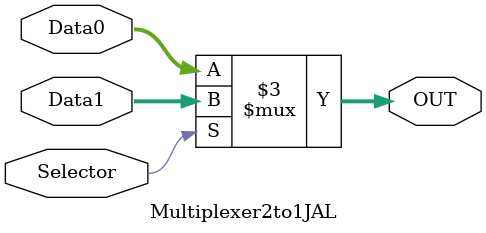
<source format=v>
/******************************************************************
* Description
*	This is a  an 2to1 multiplexer that can be parameterized in its bit-width.
*	1.0
* Author:
*	Dr. José Luis Pizano Escalante
* email:
*	luispizano@iteso.mx
* Date:
*	01/03/2014
******************************************************************/

module Multiplexer2to1JAL
#(
	parameter NBits=5
)
(
	input Selector,
	input [NBits-1:0] Data0,
	input [NBits-1:0] Data1,
	
	output reg [NBits-1:0] OUT

);

	always@(Selector,Data1,Data0) begin
		if(Selector)
			OUT = Data1;
		else
			OUT = Data0;
	end

endmodule
</source>
